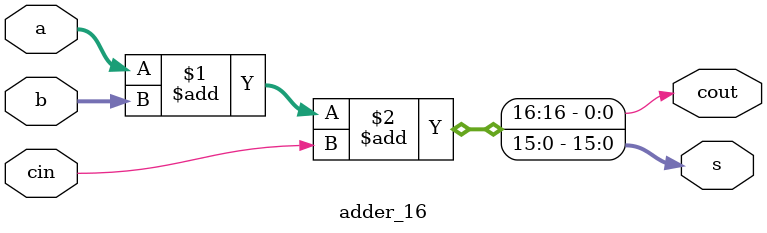
<source format=v>
`timescale 1ns / 1ps


module adder_16(
    input   wire    [15:0]a,
    input   wire    [15:0]b,
    input   wire    cin,
    output  wire    [15:0]s,
    output  wire    cout
    );
    
    assign {cout, s} = a + b + cin;
    
endmodule

</source>
